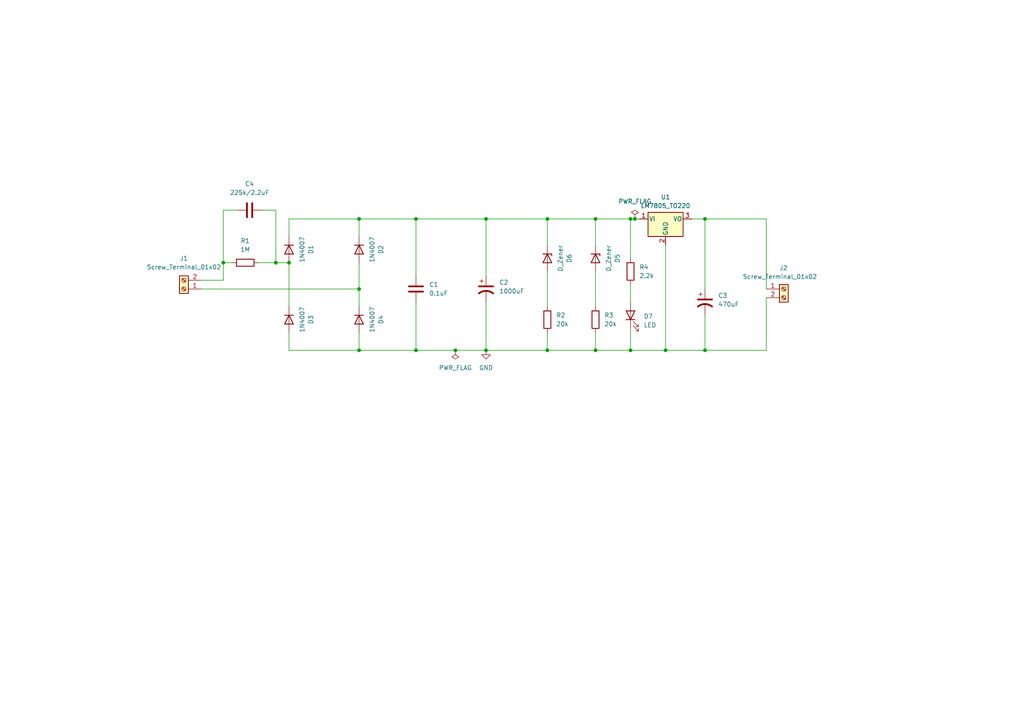
<source format=kicad_sch>
(kicad_sch (version 20250114) (generator "eeschema") (generator_version "9.0")
  (paper "A4")
  (title_block (title "Transfomerless Power Supply ") (date "2025-11-18") (comment 1 "By Harshal"))
  (lib_symbols
    (symbol "Connector:Screw_Terminal_01x02" (pin_names (offset 1.016) (hide yes))
      (property "Reference" "J" (at 0 2.54 0))
      (property "Value" "Screw_Terminal_01x02" (at 0 -5.08 0))
      (symbol "Screw_Terminal_01x02_1_1"
        (rectangle (start -1.27 1.27) (end 1.27 -3.81) (stroke (width 0.254)) (fill (type background)))
        (polyline (pts (xy -0.5334 0.3302) (xy 0.3302 -0.508)) (stroke (width 0.1524)))
        (polyline (pts (xy -0.5334 -2.2098) (xy 0.3302 -3.048)) (stroke (width 0.1524)))
        (polyline (pts (xy -0.3556 0.508) (xy 0.508 -0.3302)) (stroke (width 0.1524)))
        (polyline (pts (xy -0.3556 -2.032) (xy 0.508 -2.8702)) (stroke (width 0.1524)))
        (circle (center 0 0) (radius 0.635) (stroke (width 0.1524)))
        (circle (center 0 -2.54) (radius 0.635) (stroke (width 0.1524)))
        (pin passive line (at -5.08 0 0) (length 3.81) (name "Pin_1") (number "1"))
        (pin passive line (at -5.08 -2.54 0) (length 3.81) (name "Pin_2") (number "2"))
      )
    )
    (symbol "Device:C" (pin_numbers (hide yes)) (pin_names (offset 0.254))
      (property "Reference" "C" (at 0.635 2.54 0))
      (property "Value" "C" (at 0.635 -2.54 0))
      (symbol "C_0_1"
        (polyline (pts (xy -2.032 0.762) (xy 2.032 0.762)) (stroke (width 0.508)))
        (polyline (pts (xy -2.032 -0.762) (xy 2.032 -0.762)) (stroke (width 0.508)))
      )
      (symbol "C_1_1"
        (pin passive line (at 0 3.81 270) (length 2.794) (name "~") (number "1"))
        (pin passive line (at 0 -3.81 90) (length 2.794) (name "~") (number "2"))
      )
    )
    (symbol "Device:C_Polarized_US" (pin_numbers (hide yes)) (pin_names (offset 0.254) (hide yes))
      (property "Reference" "C" (at 0.635 2.54 0))
      (property "Value" "C_Polarized_US" (at 0.635 -2.54 0))
      (symbol "C_Polarized_US_0_1"
        (polyline (pts (xy -2.032 0.762) (xy 2.032 0.762)) (stroke (width 0.508)))
        (polyline (pts (xy -1.778 2.286) (xy -0.762 2.286)))
        (polyline (pts (xy -1.27 1.778) (xy -1.27 2.794)))
        (arc (start -2.032 -1.27) (mid 0 -0.5572) (end 2.032 -1.27) (stroke (width 0.508)))
      )
      (symbol "C_Polarized_US_1_1"
        (pin passive line (at 0 3.81 270) (length 2.794) (name "~") (number "1"))
        (pin passive line (at 0 -3.81 90) (length 3.302) (name "~") (number "2"))
      )
    )
    (symbol "Device:D_Zener" (pin_numbers (hide yes)) (pin_names (offset 1.016) (hide yes))
      (property "Reference" "D" (at 0 2.54 0))
      (property "Value" "D_Zener" (at 0 -2.54 0))
      (symbol "D_Zener_0_1"
        (polyline (pts (xy -1.27 -1.27) (xy -1.27 1.27) (xy -0.762 1.27)) (stroke (width 0.254)))
        (polyline (pts (xy 1.27 0) (xy -1.27 0)))
        (polyline (pts (xy 1.27 -1.27) (xy 1.27 1.27) (xy -1.27 0) (xy 1.27 -1.27)) (stroke (width 0.254)))
      )
      (symbol "D_Zener_1_1"
        (pin passive line (at -3.81 0 0) (length 2.54) (name "K") (number "1"))
        (pin passive line (at 3.81 0 180) (length 2.54) (name "A") (number "2"))
      )
    )
    (symbol "Device:LED" (pin_numbers (hide yes)) (pin_names (offset 1.016) (hide yes))
      (property "Reference" "D" (at 0 2.54 0))
      (property "Value" "LED" (at 0 -2.54 0))
      (symbol "LED_0_1"
        (polyline (pts (xy -3.048 -0.762) (xy -4.572 -2.286) (xy -3.81 -2.286) (xy -4.572 -2.286) (xy -4.572 -1.524)))
        (polyline (pts (xy -1.778 -0.762) (xy -3.302 -2.286) (xy -2.54 -2.286) (xy -3.302 -2.286) (xy -3.302 -1.524)))
        (polyline (pts (xy -1.27 0) (xy 1.27 0)))
        (polyline (pts (xy -1.27 -1.27) (xy -1.27 1.27)) (stroke (width 0.254)))
        (polyline (pts (xy 1.27 -1.27) (xy 1.27 1.27) (xy -1.27 0) (xy 1.27 -1.27)) (stroke (width 0.254)))
      )
      (symbol "LED_1_1"
        (pin passive line (at -3.81 0 0) (length 2.54) (name "K") (number "1"))
        (pin passive line (at 3.81 0 180) (length 2.54) (name "A") (number "2"))
      )
    )
    (symbol "Device:R" (pin_numbers (hide yes)) (pin_names (offset 0))
      (property "Reference" "R" (at 2.032 0 90))
      (property "Value" "R" (at 0 0 90))
      (symbol "R_0_1"
        (rectangle (start -1.016 -2.54) (end 1.016 2.54) (stroke (width 0.254)))
      )
      (symbol "R_1_1"
        (pin passive line (at 0 3.81 270) (length 1.27) (name "~") (number "1"))
        (pin passive line (at 0 -3.81 90) (length 1.27) (name "~") (number "2"))
      )
    )
    (symbol "Diode:1N4007" (pin_numbers (hide yes)) (pin_names (hide yes))
      (property "Reference" "D" (at 0 2.54 0))
      (property "Value" "1N4007" (at 0 -2.54 0))
      (symbol "1N4007_0_1"
        (polyline (pts (xy -1.27 1.27) (xy -1.27 -1.27)) (stroke (width 0.254)))
        (polyline (pts (xy 1.27 1.27) (xy 1.27 -1.27) (xy -1.27 0) (xy 1.27 1.27)) (stroke (width 0.254)))
        (polyline (pts (xy 1.27 0) (xy -1.27 0)))
      )
      (symbol "1N4007_1_1"
        (pin passive line (at -3.81 0 0) (length 2.54) (name "K") (number "1"))
        (pin passive line (at 3.81 0 180) (length 2.54) (name "A") (number "2"))
      )
    )
    (symbol "Regulator_Linear:LM7805_TO220" (pin_names (offset 0.254))
      (property "Reference" "U" (at -3.81 3.175 0))
      (property "Value" "LM7805_TO220" (at 0 3.175 0))
      (symbol "LM7805_TO220_0_1"
        (rectangle (start -5.08 1.905) (end 5.08 -5.08) (stroke (width 0.254)) (fill (type background)))
      )
      (symbol "LM7805_TO220_1_1"
        (pin power_in line (at -7.62 0 0) (length 2.54) (name "VI") (number "1"))
        (pin power_in line (at 0 -7.62 90) (length 2.54) (name "GND") (number "2"))
        (pin power_out line (at 7.62 0 180) (length 2.54) (name "VO") (number "3"))
      )
    )
    (symbol "power:GND" (power) (pin_numbers (hide yes)) (pin_names (offset 0) (hide yes))
      (property "Value" "GND" (at 0 -3.81 0))
      (symbol "GND_0_1"
        (polyline (pts (xy 0 0) (xy 0 -1.27) (xy 1.27 -1.27) (xy 0 -2.54) (xy -1.27 -1.27) (xy 0 -1.27)))
      )
      (symbol "GND_1_1"
        (pin power_in line (at 0 0 270) (length 0) (name "~") (number "1"))
      )
    )
    (symbol "power:PWR_FLAG" (power) (pin_numbers (hide yes)) (pin_names (offset 0) (hide yes))
      (property "Value" "PWR_FLAG" (at 0 3.81 0))
      (symbol "PWR_FLAG_0_0"
        (pin power_out line (at 0 0 90) (length 0) (name "~") (number "1"))
      )
      (symbol "PWR_FLAG_0_1"
        (polyline (pts (xy 0 0) (xy 0 1.27) (xy -1.016 1.905) (xy 0 2.54) (xy 1.016 1.905) (xy 0 1.27)))
      )
    )
  )
  (junction (at 204.47 63.5))
  (junction (at 193.04 101.6))
  (junction (at 104.14 101.6))
  (junction (at 132.08 101.6))
  (junction (at 158.75 101.6))
  (junction (at 140.97 63.5))
  (junction (at 104.14 83.82))
  (junction (at 140.97 101.6))
  (junction (at 204.47 101.6))
  (junction (at 120.65 101.6))
  (junction (at 104.14 63.5))
  (junction (at 64.77 76.2))
  (junction (at 184.15 63.5))
  (junction (at 172.72 101.6))
  (junction (at 172.72 63.5))
  (junction (at 182.88 101.6))
  (junction (at 182.88 63.5))
  (junction (at 83.82 76.2))
  (junction (at 120.65 63.5))
  (junction (at 80.01 76.2))
  (junction (at 158.75 63.5))
  (wire (pts (xy 182.88 95.25) (xy 182.88 101.6)))
  (wire (pts (xy 204.47 83.82) (xy 204.47 63.5)))
  (wire (pts (xy 172.72 101.6) (xy 172.72 96.52)))
  (wire (pts (xy 158.75 63.5) (xy 158.75 71.12)))
  (wire (pts (xy 140.97 63.5) (xy 140.97 80.01)))
  (wire (pts (xy 222.25 63.5) (xy 222.25 83.82)))
  (wire (pts (xy 104.14 63.5) (xy 120.65 63.5)))
  (wire (pts (xy 158.75 63.5) (xy 172.72 63.5)))
  (wire (pts (xy 104.14 63.5) (xy 104.14 68.58)))
  (wire (pts (xy 158.75 101.6) (xy 158.75 96.52)))
  (wire (pts (xy 182.88 101.6) (xy 193.04 101.6)))
  (wire (pts (xy 120.65 63.5) (xy 140.97 63.5)))
  (wire (pts (xy 120.65 101.6) (xy 104.14 101.6)))
  (wire (pts (xy 58.42 83.82) (xy 104.14 83.82)))
  (wire (pts (xy 76.2 60.96) (xy 80.01 60.96)))
  (wire (pts (xy 64.77 76.2) (xy 64.77 81.28)))
  (wire (pts (xy 193.04 71.12) (xy 193.04 101.6)))
  (wire (pts (xy 67.31 76.2) (xy 64.77 76.2)))
  (wire (pts (xy 184.15 63.5) (xy 182.88 63.5)))
  (wire (pts (xy 182.88 82.55) (xy 182.88 87.63)))
  (wire (pts (xy 193.04 101.6) (xy 204.47 101.6)))
  (wire (pts (xy 83.82 63.5) (xy 104.14 63.5)))
  (wire (pts (xy 172.72 88.9) (xy 172.72 78.74)))
  (wire (pts (xy 64.77 60.96) (xy 68.58 60.96)))
  (wire (pts (xy 185.42 63.5) (xy 184.15 63.5)))
  (wire (pts (xy 80.01 76.2) (xy 83.82 76.2)))
  (wire (pts (xy 204.47 63.5) (xy 222.25 63.5)))
  (wire (pts (xy 222.25 101.6) (xy 204.47 101.6)))
  (wire (pts (xy 182.88 63.5) (xy 182.88 74.93)))
  (wire (pts (xy 64.77 81.28) (xy 58.42 81.28)))
  (wire (pts (xy 120.65 87.63) (xy 120.65 101.6)))
  (wire (pts (xy 172.72 101.6) (xy 182.88 101.6)))
  (wire (pts (xy 83.82 101.6) (xy 104.14 101.6)))
  (wire (pts (xy 158.75 88.9) (xy 158.75 78.74)))
  (wire (pts (xy 158.75 101.6) (xy 172.72 101.6)))
  (wire (pts (xy 80.01 76.2) (xy 74.93 76.2)))
  (wire (pts (xy 204.47 101.6) (xy 204.47 91.44)))
  (wire (pts (xy 83.82 76.2) (xy 83.82 88.9)))
  (wire (pts (xy 104.14 101.6) (xy 104.14 96.52)))
  (wire (pts (xy 83.82 68.58) (xy 83.82 63.5)))
  (wire (pts (xy 80.01 60.96) (xy 80.01 76.2)))
  (wire (pts (xy 132.08 101.6) (xy 140.97 101.6)))
  (wire (pts (xy 172.72 63.5) (xy 172.72 71.12)))
  (wire (pts (xy 140.97 101.6) (xy 140.97 87.63)))
  (wire (pts (xy 140.97 101.6) (xy 158.75 101.6)))
  (wire (pts (xy 222.25 86.36) (xy 222.25 101.6)))
  (wire (pts (xy 140.97 63.5) (xy 158.75 63.5)))
  (wire (pts (xy 172.72 63.5) (xy 182.88 63.5)))
  (wire (pts (xy 200.66 63.5) (xy 204.47 63.5)))
  (wire (pts (xy 104.14 88.9) (xy 104.14 83.82)))
  (wire (pts (xy 104.14 83.82) (xy 104.14 76.2)))
  (wire (pts (xy 64.77 76.2) (xy 64.77 60.96)))
  (wire (pts (xy 120.65 63.5) (xy 120.65 80.01)))
  (wire (pts (xy 83.82 96.52) (xy 83.82 101.6)))
  (wire (pts (xy 120.65 101.6) (xy 132.08 101.6)))
  (symbol (lib_id "Device:C_Polarized_US") (at 204.47 87.63 0) (unit 1)
    (property "Reference" "C3" (at 208.28 85.7249 0) (effects (justify left)))
    (property "Value" "470uF" (at 208.28 88.2649 0) (effects (justify left)))
    (property "Footprint" "Capacitor_THT:CP_Radial_D10.0mm_P3.80mm" (effects (hide yes)))
    (property "Description" "Polarized capacitor, US symbol" (effects (hide yes)))
  )
  (symbol (lib_id "power:GND") (at 140.97 101.6 0) (unit 1)
    (property "Reference" "#PWR01" (effects (hide yes)))
    (property "Value" "GND" (at 140.97 106.68 0))
    (property "Description" "Power symbol creates a global label with name \"GND\" , ground" (effects (hide yes)))
  )
  (symbol (lib_id "Device:C") (at 72.39 60.96 90) (unit 1)
    (property "Reference" "C4" (at 72.39 53.34 90))
    (property "Value" "225k/2.2uF" (at 72.39 55.88 90))
    (property "Footprint" "Capacitor_THT:C_Rect_L18.0mm_W6.0mm_P15.00mm_FKS3_FKP3" (effects (hide yes)))
    (property "Description" "Unpolarized capacitor" (effects (hide yes)))
  )
  (symbol (lib_id "power:PWR_FLAG") (at 184.15 63.5 0) (unit 1)
    (property "Reference" "#FLG01" (effects (hide yes)))
    (property "Value" "PWR_FLAG" (at 184.15 58.42 0))
    (property "Description" "Special symbol for telling ERC where power comes from" (effects (hide yes)))
  )
  (symbol (lib_id "Device:R") (at 182.88 78.74 0) (unit 1)
    (property "Reference" "R4" (at 185.42 77.4699 0) (effects (justify left)))
    (property "Value" "2.2k" (at 185.42 80.0099 0) (effects (justify left)))
    (property "Footprint" "Resistor_THT:R_Axial_DIN0207_L6.3mm_D2.5mm_P7.62mm_Horizontal" (effects (hide yes)))
    (property "Description" "Resistor" (effects (hide yes)))
  )
  (symbol (lib_id "Device:R") (at 71.12 76.2 90) (unit 1)
    (property "Reference" "R1" (at 71.12 69.85 90))
    (property "Value" "1M" (at 71.12 72.39 90))
    (property "Footprint" "Resistor_THT:R_Axial_DIN0207_L6.3mm_D2.5mm_P7.62mm_Horizontal" (effects (hide yes)))
    (property "Description" "Resistor" (effects (hide yes)))
  )
  (symbol (lib_id "Diode:1N4007") (at 104.14 72.39 270) (unit 1)
    (property "Reference" "D2" (at 110.49 72.39 0))
    (property "Value" "1N4007" (at 107.95 72.39 0))
    (property "Footprint" "Diode_THT:D_DO-41_SOD81_P10.16mm_Horizontal" (effects (hide yes)))
    (property "Datasheet" "http://www.vishay.com/docs/88503/1n4001.pdf" (effects (hide yes)))
    (property "Description" "1000V 1A General Purpose Rectifier Diode, DO-41" (effects (hide yes)))
    (property "Sim.Device" "D" (effects (hide yes)))
    (property "Sim.Pins" "1=K 2=A" (effects (hide yes)))
  )
  (symbol (lib_id "Device:D_Zener") (at 158.75 74.93 270) (unit 1)
    (property "Reference" "D6" (at 165.1 74.93 0))
    (property "Value" "D_Zener" (at 162.56 74.93 0))
    (property "Footprint" "Diode_THT:D_A-405_P7.62mm_Horizontal" (effects (hide yes)))
    (property "Description" "Zener diode" (effects (hide yes)))
  )
  (symbol (lib_id "Device:R") (at 172.72 92.71 0) (unit 1)
    (property "Reference" "R3" (at 175.26 91.4399 0) (effects (justify left)))
    (property "Value" "20k" (at 175.26 93.9799 0) (effects (justify left)))
    (property "Footprint" "Resistor_THT:R_Axial_DIN0207_L6.3mm_D2.5mm_P7.62mm_Horizontal" (effects (hide yes)))
    (property "Description" "Resistor" (effects (hide yes)))
  )
  (symbol (lib_id "Connector:Screw_Terminal_01x02") (at 53.34 83.82 180) (unit 1)
    (property "Reference" "J1" (at 53.34 74.93 0))
    (property "Value" "Screw_Terminal_01x02" (at 53.34 77.47 0))
    (property "Footprint" "TerminalBlock_Phoenix:TerminalBlock_Phoenix_MKDS-1,5-2-5.08_1x02_P5.08mm_Horizontal" (effects (hide yes)))
    (property "Description" "Generic screw terminal, single row, 01x02, script generated (kicad-library-utils/schlib/autogen/connector/)" (effects (hide yes)))
  )
  (symbol (lib_id "Device:C") (at 120.65 83.82 0) (unit 1)
    (property "Reference" "C1" (at 124.46 82.5499 0) (effects (justify left)))
    (property "Value" "0.1uF" (at 124.46 85.0899 0) (effects (justify left)))
    (property "Footprint" "Capacitor_THT:C_Disc_D4.7mm_W2.5mm_P5.00mm" (effects (hide yes)))
    (property "Description" "Unpolarized capacitor" (effects (hide yes)))
  )
  (symbol (lib_id "Regulator_Linear:LM7805_TO220") (at 193.04 63.5 0) (unit 1)
    (property "Reference" "U1" (at 193.04 57.15 0))
    (property "Value" "LM7805_TO220" (at 193.04 59.69 0))
    (property "Footprint" "Package_TO_SOT_THT:TO-220-3_Vertical" (effects (hide yes)))
    (property "Datasheet" "https://www.onsemi.cn/PowerSolutions/document/MC7800-D.PDF" (effects (hide yes)))
    (property "Description" "Positive 1A 35V Linear Regulator, Fixed Output 5V, TO-220" (effects (hide yes)))
  )
  (symbol (lib_id "Device:C_Polarized_US") (at 140.97 83.82 0) (unit 1)
    (property "Reference" "C2" (at 144.78 81.9149 0) (effects (justify left)))
    (property "Value" "1000uF" (at 144.78 84.4549 0) (effects (justify left)))
    (property "Footprint" "Capacitor_THT:CP_Radial_D10.0mm_P5.00mm" (effects (hide yes)))
    (property "Description" "Polarized capacitor, US symbol" (effects (hide yes)))
  )
  (symbol (lib_id "Connector:Screw_Terminal_01x02") (at 227.33 83.82 0) (unit 1)
    (property "Reference" "J2" (at 226.06 77.724 0) (effects (justify left)))
    (property "Value" "Screw_Terminal_01x02" (at 215.392 80.264 0) (effects (justify left)))
    (property "Footprint" "TerminalBlock_Phoenix:TerminalBlock_Phoenix_MKDS-1,5-2-5.08_1x02_P5.08mm_Horizontal" (effects (hide yes)))
    (property "Description" "Generic screw terminal, single row, 01x02, script generated (kicad-library-utils/schlib/autogen/connector/)" (effects (hide yes)))
  )
  (symbol (lib_id "Diode:1N4007") (at 83.82 92.71 270) (unit 1)
    (property "Reference" "D3" (at 90.17 92.71 0))
    (property "Value" "1N4007" (at 87.63 92.71 0))
    (property "Footprint" "Diode_THT:D_DO-41_SOD81_P10.16mm_Horizontal" (effects (hide yes)))
    (property "Datasheet" "http://www.vishay.com/docs/88503/1n4001.pdf" (effects (hide yes)))
    (property "Description" "1000V 1A General Purpose Rectifier Diode, DO-41" (effects (hide yes)))
    (property "Sim.Device" "D" (effects (hide yes)))
    (property "Sim.Pins" "1=K 2=A" (effects (hide yes)))
  )
  (symbol (lib_id "Diode:1N4007") (at 83.82 72.39 270) (unit 1)
    (property "Reference" "D1" (at 90.17 72.39 0))
    (property "Value" "1N4007" (at 87.63 72.39 0))
    (property "Footprint" "Diode_THT:D_DO-41_SOD81_P10.16mm_Horizontal" (effects (hide yes)))
    (property "Datasheet" "http://www.vishay.com/docs/88503/1n4001.pdf" (effects (hide yes)))
    (property "Description" "1000V 1A General Purpose Rectifier Diode, DO-41" (effects (hide yes)))
    (property "Sim.Device" "D" (effects (hide yes)))
    (property "Sim.Pins" "1=K 2=A" (effects (hide yes)))
  )
  (symbol (lib_id "power:PWR_FLAG") (at 132.08 101.6 180) (unit 1)
    (property "Reference" "#FLG02" (effects (hide yes)))
    (property "Value" "PWR_FLAG" (at 132.08 106.68 0))
    (property "Description" "Special symbol for telling ERC where power comes from" (effects (hide yes)))
  )
  (symbol (lib_id "Diode:1N4007") (at 104.14 92.71 270) (unit 1)
    (property "Reference" "D4" (at 110.49 92.71 0))
    (property "Value" "1N4007" (at 107.95 92.71 0))
    (property "Footprint" "Diode_THT:D_DO-41_SOD81_P10.16mm_Horizontal" (effects (hide yes)))
    (property "Datasheet" "http://www.vishay.com/docs/88503/1n4001.pdf" (effects (hide yes)))
    (property "Description" "1000V 1A General Purpose Rectifier Diode, DO-41" (effects (hide yes)))
    (property "Sim.Device" "D" (effects (hide yes)))
    (property "Sim.Pins" "1=K 2=A" (effects (hide yes)))
  )
  (symbol (lib_id "Device:R") (at 158.75 92.71 0) (unit 1)
    (property "Reference" "R2" (at 161.29 91.4399 0) (effects (justify left)))
    (property "Value" "20k" (at 161.29 93.9799 0) (effects (justify left)))
    (property "Footprint" "Resistor_THT:R_Axial_DIN0207_L6.3mm_D2.5mm_P7.62mm_Horizontal" (effects (hide yes)))
    (property "Description" "Resistor" (effects (hide yes)))
  )
  (symbol (lib_id "Device:D_Zener") (at 172.72 74.93 270) (unit 1)
    (property "Reference" "D5" (at 179.07 74.93 0))
    (property "Value" "D_Zener" (at 176.53 74.93 0))
    (property "Footprint" "Diode_THT:D_A-405_P7.62mm_Horizontal" (effects (hide yes)))
    (property "Description" "Zener diode" (effects (hide yes)))
  )
  (symbol (lib_id "Device:LED") (at 182.88 91.44 90) (unit 1)
    (property "Reference" "D7" (at 186.69 91.7574 90) (effects (justify right)))
    (property "Value" "LED" (at 186.69 94.2974 90) (effects (justify right)))
    (property "Footprint" "LED_THT:LED_D5.0mm" (effects (hide yes)))
    (property "Description" "Light emitting diode" (effects (hide yes)))
    (property "Sim.Pins" "1=K 2=A" (effects (hide yes)))
  )
)
</source>
